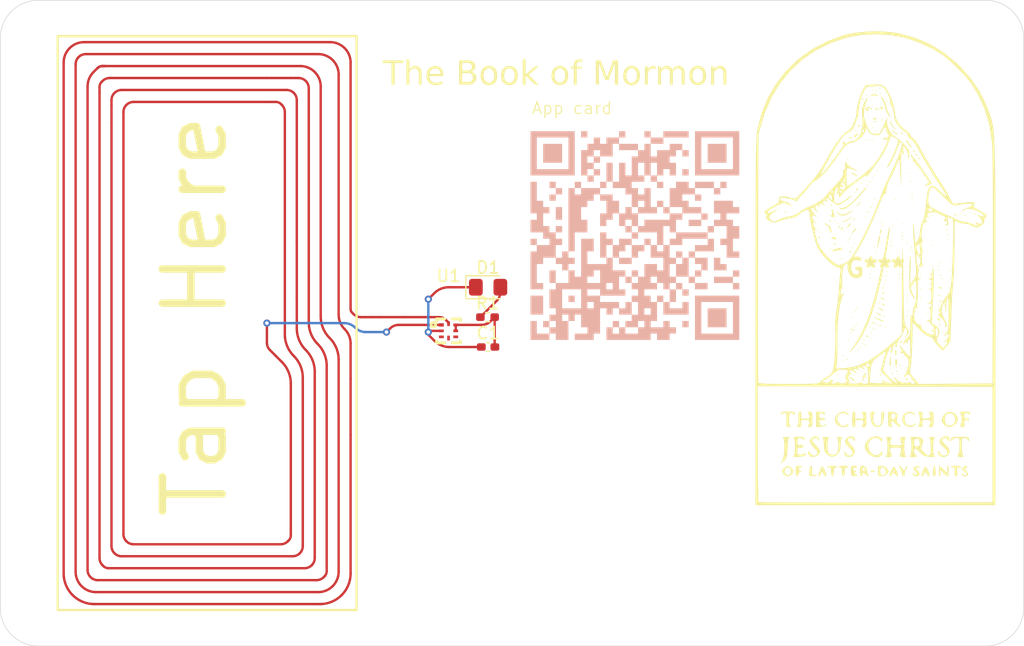
<source format=kicad_pcb>
(kicad_pcb (version 20241229) (generator "pcbnew") (generator_version "9.0")
  (layers (0 "F.Cu" signal) (2 "B.Cu" signal) (13 "F.Paste" user) (15 "B.Paste" user) (5 "F.SilkS" user "F.Silkscreen") (7 "B.SilkS" user "B.Silkscreen") (1 "F.Mask" user) (3 "B.Mask" user) (25 "Edge.Cuts" user))
  (net 0 "")
  (net 1 "Net-(D1-K)")
  (net 2 "Net-(U1-VCC)")
  (net 3 "Net-(D1-A)")
  (net 5 "Net-(U1-LA)")
  (footprint "easyeda2kicad:XQFN-8_L1.6-W1.6-P0.50-BL_NT3H2111W0FHKH" (layer "F.Cu") (at 108.6925 57.65)
    (property "Reference" "U1" (at 0 -4.6 0) (layer "F.SilkS"))
    (property "Value" "NT3H2111W0FHKH")
    (pad "1" smd rect (at -0.6 -0.5) (size 0.4 0.28) (layers "F.Cu" "F.Mask" "F.Paste") (net 5 "Net-(U1-LA)"))
    (pad "2" smd rect (at -0.6 0) (size 0.4 0.22) (layers "F.Cu" "F.Mask" "F.Paste") (net 1 "Net-(D1-K)"))
    (pad "3" smd rect (at -0.6 0.5) (size 0.4 0.22) (layers "F.Cu" "F.Mask" "F.Paste"))
    (pad "4" smd rect (at 0 0.6 90) (size 0.4 0.22) (layers "F.Cu" "F.Mask" "F.Paste"))
    (pad "5" smd rect (at 0.6 0.5) (size 0.4 0.22) (layers "F.Cu" "F.Mask" "F.Paste"))
    (pad "6" smd rect (at 0.6 0) (size 0.4 0.22) (layers "F.Cu" "F.Mask" "F.Paste") (net 2 "Net-(U1-VCC)"))
    (pad "7" smd rect (at 0.6 -0.5) (size 0.4 0.22) (layers "F.Cu" "F.Mask" "F.Paste") (net 2 "Net-(U1-VCC)"))
    (pad "8" smd rect (at 0 -0.6 90) (size 0.4 0.22) (layers "F.Cu" "F.Mask" "F.Paste") (net 5 "Net-(U1-LA)"))
  )
  (footprint "Resistor_SMD:R_0402_1005Metric_Pad0.72x0.64mm_HandSolder" (layer "F.Cu") (at 111.9525 56.5)
    (property "Reference" "R1" (at 0 -1.17 0) (layer "F.SilkS"))
    (property "Value" "47Ω")
    (pad "1" smd roundrect (at -0.5975 0) (size 0.715 0.64) (layers "F.Cu" "F.Mask" "F.Paste") (net 3 "Net-(D1-A)"))
    (pad "2" smd roundrect (at 0.5975 0) (size 0.715 0.64) (layers "F.Cu" "F.Mask" "F.Paste") (net 2 "Net-(U1-VCC)"))
  )
  (footprint "LOGO" (layer "F.Cu") (at 144.4 52.4)
    (property "Reference" "G***" (at 0 0 0) (layer "F.SilkS") (effects (font (size 1.5 1.5) (thickness 0.3))))
    (property "Value" "LOGO" (hide yes))
  )
  (footprint "LED_SMD:LED_0805_2012Metric_Pad1.15x1.40mm_HandSolder" (layer "F.Cu") (at 112 54)
    (property "Reference" "D1" (at 0 -1.65 0) (layer "F.SilkS"))
    (property "Value" "LED")
    (pad "1" smd roundrect (at -1.025 0) (size 1.15 1.4) (layers "F.Cu" "F.Mask" "F.Paste") (roundrect_rratio 0.217391) (net 1 "Net-(D1-K)"))
    (pad "2" smd roundrect (at 1.025 0) (size 1.15 1.4) (layers "F.Cu" "F.Mask" "F.Paste") (roundrect_rratio 0.217391) (net 3 "Net-(D1-A)"))
  )
  (footprint "Capacitor_SMD:C_0402_1005Metric_Pad0.74x0.62mm_HandSolder" (layer "F.Cu") (at 112 59)
    (property "Reference" "C1" (at 0 -1.16 0) (layer "F.SilkS"))
    (property "Value" "220nF")
    (pad "1" smd roundrect (at -0.5675 0) (size 0.735 0.62) (layers "F.Cu" "F.Mask" "F.Paste") (net 1 "Net-(D1-K)"))
    (pad "2" smd roundrect (at 0.5675 0) (size 0.735 0.62) (layers "F.Cu" "F.Mask" "F.Paste") (net 2 "Net-(U1-VCC)"))
  )
  (gr_rect (start 76 33) (end 101 81) (stroke (width 0.2)) (fill no) (layer "F.SilkS"))
  (gr_poly (pts (xy 121.366667 49.941667) (xy 121.366667 50.470833) (xy 121.366667 51) (xy 121.366667 51.529166) (xy 121.895834 51.529166) (xy 121.895834 51) (xy 121.895834 50.470833) (xy 122.425001 50.470833) (xy 122.425001 51) (xy 122.425001 51.529166) (xy 122.954167 51.529166) (xy 122.954167 51) (xy 123.483334 51) (xy 123.483334 50.470833) (xy 124.0125 50.470833) (xy 124.0125 49.941667) (xy 123.483334 49.941667) (xy 122.954167 49.941667) (xy 122.954167 50.470833) (xy 122.425001 50.470833) (xy 122.425001 49.941667) (xy 121.895834 49.941667) (xy 121.895834 49.412499) (xy 121.366667 49.412499)) (fill yes) (layer "B.SilkS"))
  (gr_poly (pts (xy 119.250001 45.708334) (xy 119.779168 45.708334) (xy 119.779168 45.179167) (xy 119.250001 45.179167)) (fill yes) (layer "B.SilkS"))
  (gr_poly (pts (xy 117.133335 46.766666) (xy 117.662501 46.766666) (xy 117.662501 46.2375) (xy 117.133335 46.2375)) (fill yes) (layer "B.SilkS"))
  (gr_poly (pts (xy 119.779168 46.2375) (xy 119.250001 46.2375) (xy 119.250001 45.708334) (xy 118.720834 45.708334) (xy 118.720834 46.2375) (xy 118.720834 46.766666) (xy 118.720834 47.295833) (xy 118.720834 47.825) (xy 118.720834 48.354167) (xy 118.720834 48.883333) (xy 118.720834 49.412499) (xy 118.720834 49.941667) (xy 118.720834 50.470833) (xy 118.720834 51) (xy 119.250001 51) (xy 119.250001 50.470833) (xy 119.250001 49.941667) (xy 119.250001 49.412499) (xy 119.779168 49.412499) (xy 120.308334 49.412499) (xy 120.308334 48.883333) (xy 120.308334 48.354167) (xy 119.779168 48.354167) (xy 119.779168 47.825) (xy 119.779168 47.295833) (xy 120.308334 47.295833) (xy 120.308334 46.766666) (xy 120.837501 46.766666) (xy 120.837501 46.2375) (xy 121.366667 46.2375) (xy 121.366667 45.708334) (xy 120.837501 45.708334) (xy 120.308334 45.708334) (xy 119.779168 45.708334)) (fill yes) (layer "B.SilkS"))
  (gr_poly (pts (xy 127.187501 42.533334) (xy 126.658334 42.533334) (xy 126.129167 42.533334) (xy 126.129167 43.0625) (xy 125.6 43.0625) (xy 125.6 42.533334) (xy 125.6 42.004167) (xy 125.070834 42.004167) (xy 125.070834 42.533334) (xy 124.541668 42.533334) (xy 124.541668 43.0625) (xy 124.0125 43.0625) (xy 124.0125 43.591667) (xy 124.0125 44.120833) (xy 124.0125 44.65) (xy 123.483334 44.65) (xy 123.483334 44.120833) (xy 123.483334 43.591667) (xy 122.954167 43.591667) (xy 122.954167 44.120833) (xy 122.954167 44.65) (xy 122.954167 45.179167) (xy 122.425001 45.179167) (xy 122.425001 45.708334) (xy 122.954167 45.708334) (xy 123.483334 45.708334) (xy 123.483334 46.2375) (xy 124.0125 46.2375) (xy 124.0125 46.766666) (xy 124.0125 47.295833) (xy 124.541668 47.295833) (xy 124.541668 46.766666) (xy 125.070834 46.766666) (xy 125.070834 47.295833) (xy 124.541668 47.295833) (xy 124.541668 47.825) (xy 125.070834 47.825) (xy 125.6 47.825) (xy 126.129167 47.825) (xy 126.129167 47.295833) (xy 125.6 47.295833) (xy 125.6 46.766666) (xy 125.6 46.2375) (xy 125.6 45.708334) (xy 125.070834 45.708334) (xy 125.070834 46.2375) (xy 124.541668 46.2375) (xy 124.541668 45.708334) (xy 124.0125 45.708334) (xy 124.0125 45.179167) (xy 124.541668 45.179167) (xy 125.070834 45.179167) (xy 125.070834 44.65) (xy 124.541668 44.65) (xy 124.541668 44.120833) (xy 124.541668 43.591667) (xy 125.070834 43.591667) (xy 125.070834 44.120833) (xy 125.070834 44.65) (xy 125.6 44.65) (xy 125.6 44.120833) (xy 125.6 43.591667) (xy 126.129167 43.591667) (xy 126.129167 44.120833) (xy 126.129167 44.65) (xy 126.658334 44.65) (xy 126.658334 44.120833) (xy 127.187501 44.120833) (xy 127.187501 44.65) (xy 127.716667 44.65) (xy 127.716667 44.120833) (xy 127.716667 43.591667) (xy 127.187501 43.591667) (xy 127.187501 43.0625) (xy 127.716667 43.0625) (xy 127.716667 42.533334) (xy 128.245833 42.533334) (xy 128.245833 42.004167) (xy 127.716667 42.004167) (xy 127.187501 42.004167)) (fill yes) (layer "B.SilkS"))
  (gr_poly (pts (xy 127.716667 54.174999) (xy 128.245833 54.174999) (xy 128.245833 53.645833) (xy 127.716667 53.645833)) (fill yes) (layer "B.SilkS"))
  (gr_poly (pts (xy 115.545835 45.708334) (xy 115.545835 46.2375) (xy 115.545835 46.766666) (xy 115.545835 47.295833) (xy 115.545835 47.825) (xy 116.075 47.825) (xy 116.075 48.354167) (xy 115.545835 48.354167) (xy 115.545835 48.883333) (xy 115.545835 49.412499) (xy 116.075 49.412499) (xy 116.604168 49.412499) (xy 116.604168 49.941667) (xy 117.133335 49.941667) (xy 117.133335 50.470833) (xy 116.604168 50.470833) (xy 116.075 50.470833) (xy 116.075 51) (xy 115.545835 51) (xy 115.545835 51.529166) (xy 115.545835 52.058333) (xy 115.545835 52.5875) (xy 115.545835 53.116666) (xy 115.545835 53.645833) (xy 115.545835 54.174999) (xy 116.075 54.174999) (xy 116.604168 54.174999) (xy 116.604168 53.645833) (xy 116.075 53.645833) (xy 116.075 53.116666) (xy 116.075 52.5875) (xy 116.075 52.058333) (xy 116.604168 52.058333) (xy 116.604168 51.529166) (xy 117.133335 51.529166) (xy 117.662501 51.529166) (xy 117.662501 52.058333) (xy 118.191667 52.058333) (xy 118.191667 52.5875) (xy 118.720834 52.5875) (xy 118.720834 52.058333) (xy 119.250001 52.058333) (xy 119.250001 51.529166) (xy 118.720834 51.529166) (xy 118.720834 51) (xy 118.191667 51) (xy 118.191667 51.529166) (xy 117.662501 51.529166) (xy 117.662501 51) (xy 117.662501 50.470833) (xy 118.191667 50.470833) (xy 118.191667 49.941667) (xy 117.662501 49.941667) (xy 117.662501 49.412499) (xy 117.133335 49.412499) (xy 117.133335 48.883333) (xy 116.604168 48.883333) (xy 116.604168 48.354167) (xy 116.604168 47.825) (xy 117.133335 47.825) (xy 117.133335 47.295833) (xy 116.604168 47.295833) (xy 116.604168 46.766666) (xy 116.075 46.766666) (xy 116.075 46.2375) (xy 116.075 45.708334) (xy 116.075 45.179167) (xy 115.545835 45.179167)) (fill yes) (layer "B.SilkS"))
  (gr_poly (pts (xy 129.304167 53.116666) (xy 129.833334 53.116666) (xy 129.833334 52.5875) (xy 129.304167 52.5875)) (fill yes) (layer "B.SilkS"))
  (gr_poly (pts (xy 121.895834 44.120833) (xy 121.895834 44.65) (xy 121.895834 45.179167) (xy 122.425001 45.179167) (xy 122.425001 44.65) (xy 122.425001 44.120833) (xy 122.425001 43.591667) (xy 121.895834 43.591667)) (fill yes) (layer "B.SilkS"))
  (gr_poly (pts (xy 127.187501 54.704166) (xy 127.187501 55.233333) (xy 127.716667 55.233333) (xy 127.716667 54.704166) (xy 127.716667 54.174999) (xy 127.187501 54.174999)) (fill yes) (layer "B.SilkS"))
  (gr_poly (pts (xy 120.837501 44.65) (xy 121.366667 44.65) (xy 121.366667 44.120833) (xy 120.837501 44.120833)) (fill yes) (layer "B.SilkS"))
  (gr_poly (pts (xy 132.479167 53.116666) (xy 133.008333 53.116666) (xy 133.008333 52.5875) (xy 132.479167 52.5875)) (fill yes) (layer "B.SilkS"))
  (gr_poly (pts (xy 130.891667 52.058333) (xy 130.891667 52.5875) (xy 131.420833 52.5875) (xy 131.95 52.5875) (xy 131.95 52.058333) (xy 131.420833 52.058333) (xy 131.420833 51.529166) (xy 130.891667 51.529166)) (fill yes) (layer "B.SilkS"))
  (gr_poly (pts (xy 117.662501 47.825) (xy 117.662501 48.354167) (xy 118.191667 48.354167) (xy 118.191667 47.825) (xy 118.191667 47.295833) (xy 117.662501 47.295833)) (fill yes) (layer "B.SilkS"))
  (gr_poly (pts (xy 128.775 51.529166) (xy 129.304167 51.529166) (xy 129.304167 51) (xy 128.775 51)) (fill yes) (layer "B.SilkS"))
  (gr_poly (pts (xy 121.366667 46.766666) (xy 121.895834 46.766666) (xy 121.895834 47.295833) (xy 121.895834 47.825) (xy 121.366667 47.825) (xy 121.366667 48.354167) (xy 121.366667 48.883333) (xy 121.895834 48.883333) (xy 121.895834 48.354167) (xy 122.425001 48.354167) (xy 122.425001 47.825) (xy 122.954167 47.825) (xy 122.954167 48.354167) (xy 122.954167 48.883333) (xy 123.483334 48.883333) (xy 123.483334 48.354167) (xy 124.0125 48.354167) (xy 124.0125 48.883333) (xy 124.541668 48.883333) (xy 124.541668 48.354167) (xy 124.541668 47.825) (xy 124.0125 47.825) (xy 124.0125 47.295833) (xy 123.483334 47.295833) (xy 123.483334 47.825) (xy 122.954167 47.825) (xy 122.954167 47.295833) (xy 122.954167 46.766666) (xy 122.425001 46.766666) (xy 122.425001 46.2375) (xy 121.895834 46.2375) (xy 121.366667 46.2375)) (fill yes) (layer "B.SilkS"))
  (gr_poly (pts (xy 126.658334 51) (xy 126.129167 51) (xy 126.129167 50.470833) (xy 125.6 50.470833) (xy 125.6 51) (xy 125.6 51.529166) (xy 126.129167 51.529166) (xy 126.658334 51.529166) (xy 126.658334 52.058333) (xy 126.658334 52.5875) (xy 126.129167 52.5875) (xy 126.129167 52.058333) (xy 125.6 52.058333) (xy 125.070834 52.058333) (xy 125.070834 52.5875) (xy 125.070834 53.116666) (xy 124.541668 53.116666) (xy 124.541668 53.645833) (xy 124.0125 53.645833) (xy 124.0125 54.174999) (xy 124.541668 54.174999) (xy 124.541668 54.704166) (xy 124.0125 54.704166) (xy 124.0125 55.233333) (xy 124.541668 55.233333) (xy 124.541668 55.7625) (xy 124.541668 56.291666) (xy 124.0125 56.291666) (xy 124.0125 56.820832) (xy 123.483334 56.820832) (xy 123.483334 57.349999) (xy 124.0125 57.349999) (xy 124.541668 57.349999) (xy 124.541668 56.820832) (xy 125.070834 56.820832) (xy 125.070834 57.349999) (xy 124.541668 57.349999) (xy 124.541668 57.879167) (xy 124.0125 57.879167) (xy 123.483334 57.879167) (xy 123.483334 57.349999) (xy 122.954167 57.349999) (xy 122.954167 57.879167) (xy 122.425001 57.879167) (xy 122.425001 57.349999) (xy 121.895834 57.349999) (xy 121.895834 57.879167) (xy 121.895834 58.408332) (xy 122.425001 58.408332) (xy 122.954167 58.408332) (xy 123.483334 58.408332) (xy 124.0125 58.408332) (xy 124.541668 58.408332) (xy 125.070834 58.408332) (xy 125.6 58.408332) (xy 125.6 57.879167) (xy 126.129167 57.879167) (xy 126.129167 58.408332) (xy 126.658334 58.408332) (xy 127.187501 58.408332) (xy 127.187501 57.879167) (xy 127.716667 57.879167) (xy 127.716667 57.349999) (xy 127.187501 57.349999) (xy 127.187501 56.820832) (xy 126.658334 56.820832) (xy 126.658334 57.349999) (xy 126.129167 57.349999) (xy 125.6 57.349999) (xy 125.6 56.820832) (xy 126.129167 56.820832) (xy 126.129167 56.291666) (xy 125.6 56.291666) (xy 125.070834 56.291666) (xy 125.070834 55.7625) (xy 125.6 55.7625) (xy 125.6 56.291666) (xy 126.129167 56.291666) (xy 126.129167 55.7625) (xy 126.129167 55.233333) (xy 125.6 55.233333) (xy 125.6 54.704166) (xy 125.070834 54.704166) (xy 125.070834 54.174999) (xy 125.6 54.174999) (xy 126.129167 54.174999) (xy 126.129167 53.645833) (xy 125.6 53.645833) (xy 125.6 53.116666) (xy 126.129167 53.116666) (xy 126.129167 53.645833) (xy 126.658334 53.645833) (xy 126.658334 54.174999) (xy 127.187501 54.174999) (xy 127.187501 53.645833) (xy 127.716667 53.645833) (xy 127.716667 53.116666) (xy 127.187501 53.116666) (xy 127.187501 52.5875) (xy 127.187501 52.058333) (xy 127.716667 52.058333) (xy 127.716667 52.5875) (xy 127.716667 53.116666) (xy 128.245833 53.116666) (xy 128.775 53.116666) (xy 128.775 52.5875) (xy 128.775 52.058333) (xy 128.775 51.529166) (xy 128.245833 51.529166) (xy 128.245833 52.058333) (xy 127.716667 52.058333) (xy 127.716667 51.529166) (xy 127.187501 51.529166) (xy 127.187501 51) (xy 127.187501 50.470833) (xy 126.658334 50.470833)) (fill yes) (layer "B.SilkS"))
  (gr_poly (pts (xy 122.425001 57.349999) (xy 122.954167 57.349999) (xy 122.954167 56.820832) (xy 122.425001 56.820832)) (fill yes) (layer "B.SilkS"))
  (gr_poly (pts (xy 115.545835 57.349999) (xy 115.545835 57.879167) (xy 115.545835 58.408332) (xy 116.075 58.408332) (xy 116.604168 58.408332) (xy 117.133335 58.408332) (xy 117.133335 57.879167) (xy 116.604168 57.879167) (xy 116.075 57.879167) (xy 116.075 57.349999) (xy 116.075 56.820832) (xy 115.545835 56.820832)) (fill yes) (layer "B.SilkS"))
  (gr_poly (pts (xy 128.245833 55.7625) (xy 127.716667 55.7625) (xy 127.187501 55.7625) (xy 127.187501 55.233333) (xy 126.658334 55.233333) (xy 126.658334 55.7625) (xy 126.658334 56.291666) (xy 127.187501 56.291666) (xy 127.716667 56.291666) (xy 128.245833 56.291666) (xy 128.775 56.291666) (xy 128.775 55.7625) (xy 128.775 55.233333) (xy 128.245833 55.233333)) (fill yes) (layer "B.SilkS"))
  (gr_poly (pts (xy 125.6 45.179167) (xy 126.129167 45.179167) (xy 126.129167 44.65) (xy 125.6 44.65)) (fill yes) (layer "B.SilkS"))
  (gr_poly (pts (xy 129.304167 52.058333) (xy 129.833334 52.058333) (xy 129.833334 52.5875) (xy 130.3625 52.5875) (xy 130.3625 52.058333) (xy 130.3625 51.529166) (xy 129.833334 51.529166) (xy 129.304167 51.529166)) (fill yes) (layer "B.SilkS"))
  (gr_poly (pts (xy 128.245833 57.349999) (xy 128.775 57.349999) (xy 128.775 56.820832) (xy 128.245833 56.820832)) (fill yes) (layer "B.SilkS"))
  (gr_poly (pts (xy 130.3625 50.470833) (xy 129.833334 50.470833) (xy 129.304167 50.470833) (xy 129.304167 51) (xy 129.833334 51) (xy 130.3625 51) (xy 130.891667 51) (xy 130.891667 50.470833) (xy 130.891667 49.941667) (xy 130.3625 49.941667)) (fill yes) (layer "B.SilkS"))
  (gr_poly (pts (xy 124.0125 53.116666) (xy 124.541668 53.116666) (xy 124.541668 52.5875) (xy 124.0125 52.5875)) (fill yes) (layer "B.SilkS"))
  (gr_poly (pts (xy 125.070834 41.475) (xy 125.6 41.475) (xy 125.6 40.945834) (xy 125.070834 40.945834)) (fill yes) (layer "B.SilkS"))
  (gr_poly (pts (xy 130.3625 49.412499) (xy 130.891667 49.412499) (xy 130.891667 48.883333) (xy 130.3625 48.883333)) (fill yes) (layer "B.SilkS"))
  (gr_poly (pts (xy 126.129167 45.708334) (xy 126.658334 45.708334) (xy 126.658334 45.179167) (xy 126.129167 45.179167)) (fill yes) (layer "B.SilkS"))
  (gr_poly (pts (xy 123.483334 53.645833) (xy 124.0125 53.645833) (xy 124.0125 53.116666) (xy 123.483334 53.116666)) (fill yes) (layer "B.SilkS"))
  (gr_poly (pts (xy 126.129167 55.233333) (xy 126.658334 55.233333) (xy 126.658334 54.704166) (xy 126.129167 54.704166)) (fill yes) (layer "B.SilkS"))
  (gr_poly (pts (xy 127.716667 45.708334) (xy 127.187501 45.708334) (xy 127.187501 46.2375) (xy 127.187501 46.766666) (xy 127.187501 47.295833) (xy 127.716667 47.295833) (xy 128.245833 47.295833) (xy 128.245833 47.825) (xy 128.775 47.825) (xy 129.304167 47.825) (xy 129.833334 47.825) (xy 129.833334 47.295833) (xy 129.304167 47.295833) (xy 128.775 47.295833) (xy 128.775 46.766666) (xy 128.245833 46.766666) (xy 128.245833 46.2375) (xy 128.775 46.2375) (xy 129.304167 46.2375) (xy 129.304167 45.708334) (xy 128.775 45.708334) (xy 128.775 45.179167) (xy 128.245833 45.179167) (xy 127.716667 45.179167)) (fill yes) (layer "B.SilkS"))
  (gr_poly (pts (xy 124.0125 49.941667) (xy 124.541668 49.941667) (xy 124.541668 49.412499) (xy 124.0125 49.412499)) (fill yes) (layer "B.SilkS"))
  (gr_poly (pts (xy 130.3625 42.533334) (xy 130.3625 43.0625) (xy 130.3625 43.591667) (xy 130.891667 43.591667) (xy 131.420833 43.591667) (xy 131.95 43.591667) (xy 131.95 43.0625) (xy 131.95 42.533334) (xy 131.95 42.004167) (xy 131.420833 42.004167) (xy 130.891667 42.004167) (xy 130.3625 42.004167)) (fill yes) (layer "B.SilkS"))
  (gr_poly (pts (xy 120.308334 45.179167) (xy 120.837501 45.179167) (xy 120.837501 44.65) (xy 120.308334 44.65)) (fill yes) (layer "B.SilkS"))
  (gr_poly (pts (xy 129.304167 55.233333) (xy 129.304167 55.7625) (xy 129.304167 56.291666) (xy 129.304167 56.820832) (xy 129.304167 57.349999) (xy 129.304167 57.879167) (xy 129.304167 58.408332) (xy 129.833334 58.408332) (xy 130.3625 58.408332) (xy 130.891667 58.408332) (xy 131.420833 58.408332) (xy 131.95 58.408332) (xy 132.479167 58.408332) (xy 133.008333 58.408332) (xy 133.008333 57.879167) (xy 133.008333 57.349999) (xy 133.008333 56.820832) (xy 133.008333 56.291666) (xy 133.008333 55.7625) (xy 132.479167 55.7625) (xy 132.479167 56.291666) (xy 132.479167 56.820832) (xy 132.479167 57.349999) (xy 132.479167 57.879167) (xy 131.95 57.879167) (xy 131.420833 57.879167) (xy 130.891667 57.879167) (xy 130.3625 57.879167) (xy 129.833334 57.879167) (xy 129.833334 57.349999) (xy 129.833334 56.820832) (xy 129.833334 56.291666) (xy 129.833334 55.7625) (xy 129.833334 55.233333) (xy 130.3625 55.233333) (xy 130.891667 55.233333) (xy 131.420833 55.233333) (xy 131.95 55.233333) (xy 132.479167 55.233333) (xy 132.479167 55.7625) (xy 133.008333 55.7625) (xy 133.008333 55.233333) (xy 133.008333 54.704166) (xy 132.479167 54.704166) (xy 131.95 54.704166) (xy 131.420833 54.704166) (xy 130.891667 54.704166) (xy 130.3625 54.704166) (xy 129.833334 54.704166) (xy 129.304167 54.704166)) (fill yes) (layer "B.SilkS"))
  (gr_poly (pts (xy 129.304167 54.174999) (xy 129.833334 54.174999) (xy 130.3625 54.174999) (xy 130.3625 53.645833) (xy 129.833334 53.645833) (xy 129.304167 53.645833)) (fill yes) (layer "B.SilkS"))
  (gr_poly (pts (xy 128.775 48.883333) (xy 129.304167 48.883333) (xy 129.833334 48.883333) (xy 129.833334 48.354167) (xy 129.304167 48.354167) (xy 128.775 48.354167)) (fill yes) (layer "B.SilkS"))
  (gr_poly (pts (xy 119.779168 41.475) (xy 120.308334 41.475) (xy 120.308334 40.945834) (xy 119.779168 40.945834)) (fill yes) (layer "B.SilkS"))
  (gr_poly (pts (xy 130.891667 53.645833) (xy 131.420833 53.645833) (xy 131.95 53.645833) (xy 132.479167 53.645833) (xy 132.479167 53.116666) (xy 131.95 53.116666) (xy 131.420833 53.116666) (xy 130.891667 53.116666)) (fill yes) (layer "B.SilkS"))
  (gr_poly (pts (xy 127.716667 51.529166) (xy 128.245833 51.529166) (xy 128.245833 51) (xy 127.716667 51)) (fill yes) (layer "B.SilkS"))
  (gr_poly (pts (xy 115.545835 41.475) (xy 115.545835 42.004167) (xy 115.545835 42.533334) (xy 115.545835 43.0625) (xy 115.545835 43.591667) (xy 115.545835 44.120833) (xy 115.545835 44.65) (xy 116.075 44.65) (xy 116.604168 44.65) (xy 117.133335 44.65) (xy 117.662501 44.65) (xy 118.191667 44.65) (xy 118.720834 44.65) (xy 119.250001 44.65) (xy 119.250001 44.120833) (xy 119.250001 43.591667) (xy 119.250001 43.0625) (xy 119.250001 42.533334) (xy 119.250001 42.004167) (xy 118.720834 42.004167) (xy 118.720834 42.533334) (xy 118.720834 43.0625) (xy 118.720834 43.591667) (xy 118.720834 44.120833) (xy 118.191667 44.120833) (xy 117.662501 44.120833) (xy 117.133335 44.120833) (xy 116.604168 44.120833) (xy 116.075 44.120833) (xy 116.075 43.591667) (xy 116.075 43.0625) (xy 116.075 42.533334) (xy 116.075 42.004167) (xy 116.075 41.475) (xy 116.604168 41.475) (xy 117.133335 41.475) (xy 117.662501 41.475) (xy 118.191667 41.475) (xy 118.720834 41.475) (xy 118.720834 42.004167) (xy 119.250001 42.004167) (xy 119.250001 41.475) (xy 119.250001 40.945834) (xy 118.720834 40.945834) (xy 118.191667 40.945834) (xy 117.662501 40.945834) (xy 117.133335 40.945834) (xy 116.604168 40.945834) (xy 116.075 40.945834) (xy 115.545835 40.945834)) (fill yes) (layer "B.SilkS"))
  (gr_poly (pts (xy 121.895834 42.004167) (xy 121.366667 42.004167) (xy 121.366667 41.475) (xy 120.837501 41.475) (xy 120.837501 42.004167) (xy 120.308334 42.004167) (xy 120.308334 42.533334) (xy 119.779168 42.533334) (xy 119.779168 43.0625) (xy 119.779168 43.591667) (xy 119.779168 44.120833) (xy 119.779168 44.65) (xy 120.308334 44.65) (xy 120.308334 44.120833) (xy 120.837501 44.120833) (xy 120.837501 43.591667) (xy 120.308334 43.591667) (xy 120.308334 43.0625) (xy 120.837501 43.0625) (xy 120.837501 42.533334) (xy 121.366667 42.533334) (xy 121.366667 43.0625) (xy 121.895834 43.0625) (xy 122.425001 43.0625) (xy 122.425001 42.533334) (xy 122.425001 42.004167) (xy 122.954167 42.004167) (xy 122.954167 41.475) (xy 122.425001 41.475) (xy 121.895834 41.475)) (fill yes) (layer "B.SilkS"))
  (gr_poly (pts (xy 122.954167 42.533334) (xy 123.483334 42.533334) (xy 124.0125 42.533334) (xy 124.541668 42.533334) (xy 124.541668 42.004167) (xy 124.0125 42.004167) (xy 123.483334 42.004167) (xy 122.954167 42.004167)) (fill yes) (layer "B.SilkS"))
  (gr_poly (pts (xy 122.954167 41.475) (xy 123.483334 41.475) (xy 123.483334 40.945834) (xy 122.954167 40.945834)) (fill yes) (layer "B.SilkS"))
  (gr_poly (pts (xy 128.775 53.645833) (xy 129.304167 53.645833) (xy 129.304167 53.116666) (xy 128.775 53.116666)) (fill yes) (layer "B.SilkS"))
  (gr_poly (pts (xy 117.133335 45.708334) (xy 117.662501 45.708334) (xy 117.662501 45.179167) (xy 117.133335 45.179167)) (fill yes) (layer "B.SilkS"))
  (gr_poly (pts (xy 128.245833 44.65) (xy 128.775 44.65) (xy 128.775 44.120833) (xy 128.245833 44.120833)) (fill yes) (layer "B.SilkS"))
  (gr_poly (pts (xy 126.658334 41.475) (xy 127.187501 41.475) (xy 127.716667 41.475) (xy 128.245833 41.475) (xy 128.775 41.475) (xy 128.775 40.945834) (xy 128.245833 40.945834) (xy 127.716667 40.945834) (xy 127.187501 40.945834) (xy 126.658334 40.945834)) (fill yes) (layer "B.SilkS"))
  (gr_poly (pts (xy 127.187501 48.354167) (xy 126.658334 48.354167) (xy 126.129167 48.354167) (xy 125.6 48.354167) (xy 125.070834 48.354167) (xy 125.070834 48.883333) (xy 124.541668 48.883333) (xy 124.541668 49.412499) (xy 125.070834 49.412499) (xy 125.6 49.412499) (xy 126.129167 49.412499) (xy 126.129167 49.941667) (xy 126.129167 50.470833) (xy 126.658334 50.470833) (xy 126.658334 49.941667) (xy 126.658334 49.412499) (xy 126.658334 48.883333) (xy 127.187501 48.883333) (xy 127.187501 49.412499) (xy 127.716667 49.412499) (xy 127.716667 48.883333) (xy 127.716667 48.354167) (xy 128.245833 48.354167) (xy 128.245833 47.825) (xy 127.716667 47.825) (xy 127.187501 47.825)) (fill yes) (layer "B.SilkS"))
  (gr_poly (pts (xy 115.545835 50.470833) (xy 116.075 50.470833) (xy 116.075 49.941667) (xy 115.545835 49.941667)) (fill yes) (layer "B.SilkS"))
  (gr_poly (pts (xy 116.604168 42.533334) (xy 116.604168 43.0625) (xy 116.604168 43.591667) (xy 117.133335 43.591667) (xy 117.662501 43.591667) (xy 118.191667 43.591667) (xy 118.191667 43.0625) (xy 118.191667 42.533334) (xy 118.191667 42.004167) (xy 117.662501 42.004167) (xy 117.133335 42.004167) (xy 116.604168 42.004167)) (fill yes) (layer "B.SilkS"))
  (gr_poly (pts (xy 125.6 42.004167) (xy 126.129167 42.004167) (xy 126.658334 42.004167) (xy 126.658334 41.475) (xy 126.129167 41.475) (xy 125.6 41.475)) (fill yes) (layer "B.SilkS"))
  (gr_poly (pts (xy 120.837501 43.591667) (xy 121.366667 43.591667) (xy 121.366667 43.0625) (xy 120.837501 43.0625)) (fill yes) (layer "B.SilkS"))
  (gr_poly (pts (xy 121.366667 45.708334) (xy 121.895834 45.708334) (xy 121.895834 45.179167) (xy 121.366667 45.179167)) (fill yes) (layer "B.SilkS"))
  (gr_poly (pts (xy 126.658334 47.825) (xy 127.187501 47.825) (xy 127.187501 47.295833) (xy 126.658334 47.295833)) (fill yes) (layer "B.SilkS"))
  (gr_poly (pts (xy 128.245833 54.704166) (xy 128.775 54.704166) (xy 128.775 54.174999) (xy 128.245833 54.174999)) (fill yes) (layer "B.SilkS"))
  (gr_poly (pts (xy 119.779168 50.470833) (xy 119.779168 51) (xy 119.779168 51.529166) (xy 119.779168 52.058333) (xy 119.779168 52.5875) (xy 119.779168 53.116666) (xy 119.250001 53.116666) (xy 119.250001 52.5875) (xy 118.720834 52.5875) (xy 118.720834 53.116666) (xy 118.720834 53.645833) (xy 118.191667 53.645833) (xy 117.662501 53.645833) (xy 117.662501 54.174999) (xy 117.133335 54.174999) (xy 117.133335 54.704166) (xy 117.133335 55.233333) (xy 117.133335 55.7625) (xy 117.662501 55.7625) (xy 117.662501 56.291666) (xy 117.133335 56.291666) (xy 117.133335 56.820832) (xy 117.662501 56.820832) (xy 117.662501 57.349999) (xy 117.133335 57.349999) (xy 117.133335 57.879167) (xy 117.662501 57.879167) (xy 117.662501 58.408332) (xy 118.191667 58.408332) (xy 118.720834 58.408332) (xy 118.720834 57.879167) (xy 118.720834 57.349999) (xy 118.720834 56.820832) (xy 118.191667 56.820832) (xy 118.191667 56.291666) (xy 118.720834 56.291666) (xy 118.720834 56.820832) (xy 119.250001 56.820832) (xy 119.250001 56.291666) (xy 119.779168 56.291666) (xy 119.779168 56.820832) (xy 119.779168 57.349999) (xy 120.308334 57.349999) (xy 120.308334 57.879167) (xy 119.779168 57.879167) (xy 119.250001 57.879167) (xy 119.250001 58.408332) (xy 119.779168 58.408332) (xy 120.308334 58.408332) (xy 120.837501 58.408332) (xy 120.837501 57.879167) (xy 121.366667 57.879167) (xy 121.366667 57.349999) (xy 121.366667 56.820832) (xy 121.366667 56.291666) (xy 121.366667 55.7625) (xy 120.837501 55.7625) (xy 120.308334 55.7625) (xy 120.308334 55.233333) (xy 120.837501 55.233333) (xy 120.837501 55.7625) (xy 121.366667 55.7625) (xy 121.895834 55.7625) (xy 121.895834 56.291666) (xy 122.425001 56.291666) (xy 122.425001 55.7625) (xy 122.954167 55.7625) (xy 122.954167 56.291666) (xy 123.483334 56.291666) (xy 124.0125 56.291666) (xy 124.0125 55.7625) (xy 124.0125 55.233333) (xy 123.483334 55.233333) (xy 123.483334 55.7625) (xy 122.954167 55.7625) (xy 122.954167 55.233333) (xy 122.425001 55.233333) (xy 121.895834 55.233333) (xy 121.366667 55.233333) (xy 121.366667 54.704166) (xy 120.837501 54.704166) (xy 120.308334 54.704166) (xy 119.779168 54.704166) (xy 119.779168 55.233333) (xy 119.779168 55.7625) (xy 119.250001 55.7625) (xy 118.720834 55.7625) (xy 118.191667 55.7625) (xy 118.191667 55.233333) (xy 118.191667 54.704166) (xy 118.191667 54.174999) (xy 118.720834 54.174999) (xy 119.250001 54.174999) (xy 119.779168 54.174999) (xy 119.779168 54.704166) (xy 120.308334 54.704166) (xy 120.308334 54.174999) (xy 120.837501 54.174999) (xy 121.366667 54.174999) (xy 121.366667 54.704166) (xy 121.895834 54.704166) (xy 122.425001 54.704166) (xy 122.954167 54.704166) (xy 123.483334 54.704166) (xy 123.483334 54.174999) (xy 122.954167 54.174999) (xy 122.425001 54.174999) (xy 121.895834 54.174999) (xy 121.895834 53.645833) (xy 122.425001 53.645833) (xy 122.425001 54.174999) (xy 122.954167 54.174999) (xy 122.954167 53.645833) (xy 122.954167 53.116666) (xy 121.366667 53.116666) (xy 121.366667 53.645833) (xy 120.837501 53.645833) (xy 120.308334 53.645833) (xy 120.308334 53.116666) (xy 120.837501 53.116666) (xy 120.837501 52.5875) (xy 121.366667 52.5875) (xy 121.366667 53.116666) (xy 122.954167 53.116666) (xy 123.483334 53.116666) (xy 123.483334 52.5875) (xy 122.954167 52.5875) (xy 122.425001 52.5875) (xy 122.425001 52.058333) (xy 122.425001 51.529166) (xy 121.895834 51.529166) (xy 121.895834 52.058333) (xy 121.366667 52.058333) (xy 120.837501 52.058333) (xy 120.308334 52.058333) (xy 120.308334 51.529166) (xy 120.308334 51) (xy 120.837501 51) (xy 120.837501 50.470833) (xy 120.837501 49.941667) (xy 120.308334 49.941667) (xy 119.779168 49.941667)) (fill yes) (layer "B.SilkS"))
  (gr_poly (pts (xy 117.133335 53.116666) (xy 117.133335 53.645833) (xy 117.662501 53.645833) (xy 117.662501 53.116666) (xy 117.662501 52.5875) (xy 117.133335 52.5875)) (fill yes) (layer "B.SilkS"))
  (gr_poly (pts (xy 117.662501 49.412499) (xy 118.191667 49.412499) (xy 118.191667 48.883333) (xy 117.662501 48.883333)) (fill yes) (layer "B.SilkS"))
  (gr_poly (pts (xy 129.304167 41.475) (xy 129.304167 42.004167) (xy 129.304167 42.533334) (xy 129.304167 43.0625) (xy 129.304167 43.591667) (xy 129.304167 44.120833) (xy 129.304167 44.65) (xy 129.833334 44.65) (xy 130.3625 44.65) (xy 130.891667 44.65) (xy 131.420833 44.65) (xy 131.95 44.65) (xy 132.479167 44.65) (xy 133.008333 44.65) (xy 133.008333 44.120833) (xy 133.008333 43.591667) (xy 133.008333 43.0625) (xy 133.008333 42.533334) (xy 133.008333 42.004167) (xy 132.479167 42.004167) (xy 132.479167 42.533334) (xy 132.479167 43.0625) (xy 132.479167 43.591667) (xy 132.479167 44.120833) (xy 131.95 44.120833) (xy 131.420833 44.120833) (xy 130.891667 44.120833) (xy 130.3625 44.120833) (xy 129.833334 44.120833) (xy 129.833334 43.591667) (xy 129.833334 43.0625) (xy 129.833334 42.533334) (xy 129.833334 42.004167) (xy 129.833334 41.475) (xy 130.3625 41.475) (xy 130.891667 41.475) (xy 131.420833 41.475) (xy 131.95 41.475) (xy 132.479167 41.475) (xy 132.479167 42.004167) (xy 133.008333 42.004167) (xy 133.008333 41.475) (xy 133.008333 40.945834) (xy 132.479167 40.945834) (xy 131.95 40.945834) (xy 131.420833 40.945834) (xy 130.891667 40.945834) (xy 130.3625 40.945834) (xy 129.833334 40.945834) (xy 129.304167 40.945834)) (fill yes) (layer "B.SilkS"))
  (gr_poly (pts (xy 117.662501 46.2375) (xy 118.191667 46.2375) (xy 118.191667 45.708334) (xy 117.662501 45.708334)) (fill yes) (layer "B.SilkS"))
  (gr_poly (pts (xy 126.129167 47.295833) (xy 126.658334 47.295833) (xy 126.658334 46.766666) (xy 126.129167 46.766666)) (fill yes) (layer "B.SilkS"))
  (gr_poly (pts (xy 116.604168 57.349999) (xy 117.133335 57.349999) (xy 117.133335 56.820832) (xy 116.604168 56.820832)) (fill yes) (layer "B.SilkS"))
  (gr_poly (pts (xy 122.954167 52.058333) (xy 123.483334 52.058333) (xy 124.0125 52.058333) (xy 124.0125 51.529166) (xy 123.483334 51.529166) (xy 122.954167 51.529166)) (fill yes) (layer "B.SilkS"))
  (gr_poly (pts (xy 129.833334 48.354167) (xy 130.3625 48.354167) (xy 130.3625 47.825) (xy 129.833334 47.825)) (fill yes) (layer "B.SilkS"))
  (gr_poly (pts (xy 130.891667 46.2375) (xy 131.420833 46.2375) (xy 131.420833 45.708334) (xy 130.891667 45.708334)) (fill yes) (layer "B.SilkS"))
  (gr_poly (pts (xy 132.479167 54.174999) (xy 133.008333 54.174999) (xy 133.008333 53.645833) (xy 132.479167 53.645833)) (fill yes) (layer "B.SilkS"))
  (gr_poly (pts (xy 115.545835 55.233333) (xy 115.545835 55.7625) (xy 115.545835 56.291666) (xy 116.075 56.291666) (xy 116.604168 56.291666) (xy 116.604168 55.7625) (xy 116.604168 55.233333) (xy 116.604168 54.704166) (xy 116.075 54.704166) (xy 115.545835 54.704166)) (fill yes) (layer "B.SilkS"))
  (gr_poly (pts (xy 130.3625 56.291666) (xy 130.3625 56.820832) (xy 130.3625 57.349999) (xy 130.891667 57.349999) (xy 131.420833 57.349999) (xy 131.95 57.349999) (xy 131.95 56.820832) (xy 131.95 56.291666) (xy 131.95 55.7625) (xy 131.420833 55.7625) (xy 130.891667 55.7625) (xy 130.3625 55.7625)) (fill yes) (layer "B.SilkS"))
  (gr_poly (pts (xy 130.891667 47.295833) (xy 130.891667 47.825) (xy 131.420833 47.825) (xy 131.420833 48.354167) (xy 130.891667 48.354167) (xy 130.891667 48.883333) (xy 131.420833 48.883333) (xy 131.95 48.883333) (xy 131.95 49.412499) (xy 131.95 49.941667) (xy 131.420833 49.941667) (xy 131.420833 50.470833) (xy 131.95 50.470833) (xy 131.95 51) (xy 131.95 51.529166) (xy 132.479167 51.529166) (xy 133.008333 51.529166) (xy 133.008333 51) (xy 132.479167 51) (xy 132.479167 50.470833) (xy 132.479167 49.941667) (xy 133.008333 49.941667) (xy 133.008333 49.412499) (xy 133.008333 48.883333) (xy 132.479167 48.883333) (xy 132.479167 48.354167) (xy 131.95 48.354167) (xy 131.95 47.825) (xy 132.479167 47.825) (xy 133.008333 47.825) (xy 133.008333 47.295833) (xy 132.479167 47.295833) (xy 132.479167 46.766666) (xy 131.95 46.766666) (xy 131.420833 46.766666) (xy 130.891667 46.766666)) (fill yes) (layer "B.SilkS"))
  (gr_poly (pts (xy 128.245833 43.0625) (xy 128.775 43.0625) (xy 128.775 42.533334) (xy 128.245833 42.533334)) (fill yes) (layer "B.SilkS"))
  (gr_poly (pts (xy 123.483334 49.412499) (xy 124.0125 49.412499) (xy 124.0125 48.883333) (xy 123.483334 48.883333)) (fill yes) (layer "B.SilkS"))
  (gr_poly (pts (xy 124.0125 51) (xy 124.0125 51.529166) (xy 124.541668 51.529166) (xy 124.541668 51) (xy 125.070834 51) (xy 125.070834 50.470833) (xy 124.541668 50.470833) (xy 124.0125 50.470833)) (fill yes) (layer "B.SilkS"))
  (gr_poly (pts (xy 125.070834 50.470833) (xy 125.6 50.470833) (xy 125.6 49.941667) (xy 125.070834 49.941667)) (fill yes) (layer "B.SilkS"))
  (gr_poly (pts (xy 127.716667 49.941667) (xy 127.187501 49.941667) (xy 127.187501 50.470833) (xy 127.716667 50.470833) (xy 128.245833 50.470833) (xy 128.245833 49.941667) (xy 128.775 49.941667) (xy 129.304167 49.941667) (xy 129.833334 49.941667) (xy 130.3625 49.941667) (xy 130.3625 49.412499) (xy 129.833334 49.412499) (xy 129.304167 49.412499) (xy 128.775 49.412499) (xy 128.245833 49.412499) (xy 127.716667 49.412499)) (fill yes) (layer "B.SilkS"))
  (gr_poly (pts (xy 129.304167 46.766666) (xy 129.833334 46.766666) (xy 129.833334 46.2375) (xy 129.304167 46.2375)) (fill yes) (layer "B.SilkS"))
  (gr_poly (pts (xy 131.420833 45.708334) (xy 131.95 45.708334) (xy 131.95 45.179167) (xy 131.420833 45.179167)) (fill yes) (layer "B.SilkS"))
  (gr_poly (pts (xy 129.304167 45.708334) (xy 129.833334 45.708334) (xy 130.3625 45.708334) (xy 130.891667 45.708334) (xy 130.891667 45.179167) (xy 130.3625 45.179167) (xy 129.833334 45.179167) (xy 129.304167 45.179167)) (fill yes) (layer "B.SilkS"))
  (gr_poly (pts (xy 118.720834 55.233333) (xy 119.250001 55.233333) (xy 119.250001 54.704166) (xy 118.720834 54.704166)) (fill yes) (layer "B.SilkS"))
  (gr_line (start 74.38 30) (end 153.62 30) (stroke (width 0.05)) (layer "Edge.Cuts"))
  (gr_arc (start 156.8 80.82) (mid 155.8686 83.0686) (end 153.62 84) (stroke (width 0.05)) (layer "Edge.Cuts"))
  (gr_arc (start 153.62 30) (mid 155.8686 30.9314) (end 156.8 33.18) (stroke (width 0.05)) (layer "Edge.Cuts"))
  (gr_line (start 156.8 33.18) (end 156.8 80.82) (stroke (width 0.05)) (layer "Edge.Cuts"))
  (gr_arc (start 74.38 84) (mid 72.1314 83.0686) (end 71.2 80.82) (stroke (width 0.05)) (layer "Edge.Cuts"))
  (gr_line (start 71.2 80.82) (end 71.2 33.18) (stroke (width 0.05)) (layer "Edge.Cuts"))
  (gr_arc (start 71.2 33.18) (mid 72.1314 30.9314) (end 74.38 30) (stroke (width 0.05)) (layer "Edge.Cuts"))
  (gr_line (start 153.62 84) (end 74.38 84) (stroke (width 0.05)) (layer "Edge.Cuts"))
  (gr_text "App card" (at 115.6 39.6 0) (layer "F.SilkS") (effects (font (size 1 1) (thickness 0.1)) (justify left bottom)))
  (gr_text "The Book of Mormon" (at 103.2 37.4 0) (layer "F.SilkS") (effects (font (size 2 2) (thickness 0.1)) (justify left bottom)))
  (gr_text "Tap Here" (at 90.4 73.6 90) (layer "F.SilkS") (effects (font (size 5 5) (thickness 0.625)) (justify left bottom)))
  (segment (start 108.759173 59) (end 111.4325 59) (width 0.2) (layer "F.Cu") (net 1))
  (segment (start 107.077604 58.047104) (end 107.51525 58.48475) (width 0.2) (layer "F.Cu") (net 1))
  (segment (start 107 55) (end 107.5 54.5) (width 0.2) (layer "F.Cu") (net 1))
  (segment (start 107.05 57.7) (end 107 57.75) (width 0.2) (layer "F.Cu") (net 1))
  (segment (start 108.707106 54) (end 110.975 54) (width 0.2) (layer "F.Cu") (net 1))
  (segment (start 107.17071 57.65) (end 108.0925 57.65) (width 0.2) (layer "F.Cu") (net 1))
  (segment (start 107 57.75) (end 107 57.85975) (width 0.2) (layer "F.Cu") (net 1))
  (via (at 107 55) (size 0.6) (drill 0.3) (layers "F.Cu" "B.Cu") (net 1))
  (via (at 107 57.75) (size 0.6) (drill 0.3) (layers "F.Cu" "B.Cu") (net 1))
  (arc (start 107.51525 58.48475) (mid 108.085966 58.86609) (end 108.759173 59) (width 0.2) (layer "F.Cu") (net 1))
  (arc (start 107.05 57.7) (mid 107.105382 57.662994) (end 107.17071 57.65) (width 0.2) (layer "F.Cu") (net 1))
  (arc (start 107.077604 58.047104) (mid 107.020168 57.961145) (end 107 57.85975) (width 0.2) (layer "F.Cu") (net 1))
  (arc (start 108.707106 54) (mid 108.053825 54.129945) (end 107.5 54.5) (width 0.2) (layer "F.Cu") (net 1))
  (segment (start 107 55) (end 107 57.75) (width 0.2) (layer "B.Cu") (net 1))
  (segment (start 112.55 56.5) (end 112.225 56.825) (width 0.2) (layer "F.Cu") (net 2))
  (segment (start 112.55875 58.99125) (end 112.5675 59) (width 0.2) (layer "F.Cu") (net 2))
  (segment (start 109.2925 57.15) (end 111.44038 57.15) (width 0.2) (layer "F.Cu") (net 2))
  (segment (start 109.2925 57.15) (end 109.2925 57.65) (width 0.2) (layer "F.Cu") (net 2))
  (segment (start 112.55 56.5) (end 112.55 58.970125) (width 0.2) (layer "F.Cu") (net 2))
  (arc (start 112.55875 58.99125) (mid 112.552274 58.981557) (end 112.55 58.970125) (width 0.2) (layer "F.Cu") (net 2))
  (arc (start 111.44038 57.15) (mid 111.865013 57.065535) (end 112.225 56.825) (width 0.2) (layer "F.Cu") (net 2))
  (segment (start 113.025 54.415) (end 113.025 54) (width 0.2) (layer "F.Cu") (net 3))
  (segment (start 112.73155 55.123449) (end 111.355 56.5) (width 0.2) (layer "F.Cu") (net 3))
  (arc (start 112.73155 55.123449) (mid 112.948734 54.798409) (end 113.025 54.415) (width 0.2) (layer "F.Cu") (net 3))
  (segment (start 80.75 77.5) (end 96.646446 77.5) (width 0.2) (layer "F.Cu") (net 5))
  (segment (start 93.5 57) (end 93.5 58.646446) (width 0.2) (layer "F.Cu") (net 5))
  (segment (start 108.4625 56.73) (end 108.66068 56.92818) (width 0.2) (layer "F.Cu") (net 5))
  (segment (start 96.5 75.5) (end 96.5 75.646446) (width 0.2) (layer "F.Cu") (net 5))
  (segment (start 79.5 37.75) (end 79.5 76.646446) (width 0.2) (layer "F.Cu") (net 5))
  (segment (start 97.792893 34.5) (end 78.353553 34.5) (width 0.2) (layer "F.Cu") (net 5))
  (segment (start 81.353553 76.5) (end 95.646446 76.5) (width 0.2) (layer "F.Cu") (net 5))
  (segment (start 79.323223 35.676776) (end 79 36) (width 0.2) (layer "F.Cu") (net 5))
  (segment (start 78.5 77.646446) (end 78.5 37.207106) (width 0.2) (layer "F.Cu") (net 5))
  (segment (start 93.75 59.25) (end 94.25 59.75) (width 0.2) (layer "F.Cu") (net 5))
  (segment (start 77.5 35.353553) (end 77.5 77.792893) (width 0.2) (layer "F.Cu") (net 5))
  (segment (start 97.792893 79.5) (end 79.207106 79.5) (width 0.2) (layer "F.Cu") (net 5))
  (segment (start 80.75 77.5) (end 80.25 77.5) (width 0.2) (layer "F.Cu") (net 5))
  (segment (start 95.5 36.5) (end 93.5 36.5) (width 0.2) (layer "F.Cu") (net 5))
  (segment (start 102.323223 56.5) (end 103 56.5) (width 0.2) (layer "F.Cu") (net 5))
  (segment (start 99.5 56.292893) (end 99.5 36.207106) (width 0.2) (layer "F.Cu") (net 5))
  (segment (start 97 37.353553) (end 97 56.939339) (width 0.2) (layer "F.Cu") (net 5))
  (segment (start 76.5 77.939339) (end 76.5 35.207106) (width 0.2) (layer "F.Cu") (net 5))
  (segment (start 95 39.353553) (end 95 57.939339) (width 0.2) (layer "F.Cu") (net 5))
  (segment (start 95.5 74.25) (end 95.5 62.06066) (width 0.2) (layer "F.Cu") (net 5))
  (segment (start 94.25 38.5) (end 93.75 38.5) (width 0.2) (layer "F.Cu") (net 5))
  (segment (start 79.75 77.25) (end 79.823223 77.323223) (width 0.2) (layer "F.Cu") (net 5))
  (segment (start 82.353553 75.5) (end 94.646446 75.5) (width 0.2) (layer "F.Cu") (net 5))
  (segment (start 79.5 37.25) (end 79.5 37.75) (width 0.2) (layer "F.Cu") (net 5))
  (segment (start 96 50.156856) (end 96 54.843144) (width 0.2) (layer "F.Cu") (net 5))
  (segment (start 95.5 36.5) (end 96.146446 36.5) (width 0.2) (layer "F.Cu") (net 5))
  (segment (start 97.646446 78.5) (end 79.353553 78.5) (width 0.2) (layer "F.Cu") (net 5))
  (segment (start 97.5 72.5) (end 97.5 75.5) (width 0.2) (layer "F.Cu") (net 5))
  (segment (start 97.5 61.06066) (end 97.5 72.5) (width 0.2) (layer "F.Cu") (net 5))
  (segment (start 96 38.353553) (end 96 50.156856) (width 0.2) (layer "F.Cu") (net 5))
  (segment (start 100.5 77.939339) (end 100.5 66.343144) (width 0.2) (layer "F.Cu") (net 5))
  (segment (start 80.5 75.646446) (end 80.5 40.25) (width 0.2) (layer "F.Cu") (net 5))
  (segment (start 108.6925 57.005) (end 108.6925 57.05) (width 0.2) (layer "F.Cu") (net 5))
  (segment (start 100.5 58.707106) (end 100.5 61.656856) (width 0.2) (layer "F.Cu") (net 5))
  (segment (start 95.323223 75.176776) (end 95.25 75.25) (width 0.2) (layer "F.Cu") (net 5))
  (segment (start 80.353553 36.5) (end 93.5 36.5) (width 0.2) (layer "F.Cu") (net 5))
  (segment (start 98.5 77.25) (end 98.5 77.75) (width 0.2) (layer "F.Cu") (net 5))
  (segment (start 98.323223 78.176776) (end 98.25 78.25) (width 0.2) (layer "F.Cu") (net 5))
  (segment (start 105 56.5) (end 103 56.5) (width 0.2) (layer "F.Cu") (net 5))
  (segment (start 100.5 55.823223) (end 100.5 35.207106) (width 0.2) (layer "F.Cu") (net 5))
  (segment (start 100.625 56.125) (end 100.75 56.25) (width 0.2) (layer "F.Cu") (net 5))
  (segment (start 96.5 74.5) (end 96.5 75.5) (width 0.2) (layer "F.Cu") (net 5))
  (segment (start 97.5 76.646446) (end 97.5 75.5) (width 0.2) (layer "F.Cu") (net 5))
  (segment (start 78.207106 33.5) (end 98.792893 33.5) (width 0.2) (layer "F.Cu") (net 5))
  (segment (start 96 57.439339) (end 96 54.843144) (width 0.2) (layer "F.Cu") (net 5))
  (segment (start 80.5 38.353553) (end 80.5 38.75) (width 0.2) (layer "F.Cu") (net 5))
  (segment (start 94.75 38.75) (end 94.676776 38.676776) (width 0.2) (layer "F.Cu") (net 5))
  (segment (start 79.75 35.5) (end 80 35.5) (width 0.2) (layer "F.Cu") (net 5))
  (segment (start 94.25 59.75) (end 94.75 60.25) (width 0.2) (layer "F.Cu") (net 5))
  (segment (start 107.90723 56.5) (end 105 56.5) (width 0.2) (layer "F.Cu") (net 5))
  (segment (start 99.5 60.06066) (end 99.5 77.792893) (width 0.2) (layer "F.Cu") (net 5))
  (segment (start 81.353553 37.5) (end 95.146446 37.5) (width 0.2) (layer "F.Cu") (net 5))
  (segment (start 80.5 38.75) (end 80.5 40.25) (width 0.2) (layer "F.Cu") (net 5))
  (segment (start 93.75 38.5) (end 82.353553 38.5) (width 0.2) (layer "F.Cu") (net 5))
  (segment (start 100.5 61.656856) (end 100.5 66.343144) (width 0.2) (layer "F.Cu") (net 5))
  (segment (start 101.353553 56.5) (end 101.676776 56.5) (width 0.2) (layer "F.Cu") (net 5))
  (segment (start 96.5 61.56066) (end 96.5 74.5) (width 0.2) (layer "F.Cu") (net 5))
  (segment (start 98.5 77.25) (end 98.5 60.56066) (width 0.2) (layer "F.Cu") (net 5))
  (segment (start 79.749999 36.749999) (end 79.676776 36.823223) (width 0.2) (layer "F.Cu") (net 5))
  (segment (start 79.75 35.5) (end 96.292893 35.5) (width 0.2) (layer "F.Cu") (net 5))
  (segment (start 79.06066 80.5) (end 97.939339 80.5) (width 0.2) (layer "F.Cu") (net 5))
  (segment (start 98 56.439339) (end 98 37.207106) (width 0.2) (layer "F.Cu") (net 5))
  (segment (start 103.8 57.45) (end 103.5 57.75) (width 0.2) (layer "F.Cu") (net 5))
  (segment (start 81.5 74.646446) (end 81.5 39.353553) (width 0.2) (layer "F.Cu") (net 5))
  (segment (start 104.524264 57.15) (end 108.0925 57.15) (width 0.2) (layer "F.Cu") (net 5))
  (segment (start 102.323223 56.5) (end 101.676776 56.5) (width 0.2) (layer "F.Cu") (net 5))
  (segment (start 95.5 74.25) (end 95.5 74.75) (width 0.2) (layer "F.Cu") (net 5))
  (via (at 93.5 57) (size 0.6) (drill 0.3) (layers "F.Cu" "B.Cu") (net 5))
  (via (at 103.5 57.75) (size 0.6) (drill 0.3) (layers "F.Cu" "B.Cu") (net 5))
  (arc (start 95.75 59.75) (mid 96.305081 60.580737) (end 96.5 61.56066) (width 0.2) (layer "F.Cu") (net 5))
  (arc (start 98.5 77.75) (mid 98.454057 77.980969) (end 98.323223 78.176776) (width 0.2) (layer "F.Cu") (net 5))
  (arc (start 100.5 55.823223) (mid 100.532486 55.986543) (end 100.625 56.125) (width 0.2) (layer "F.Cu") (net 5))
  (arc (start 80.75 76.25) (mid 81.026912 76.435027) (end 81.353553 76.5) (width 0.2) (layer "F.Cu") (net 5))
  (arc (start 100 57.5) (mid 100.370054 58.053825) (end 100.5 58.707106) (width 0.2) (layer "F.Cu") (net 5))
  (arc (start 99.75 79.75) (mid 98.919261 80.305081) (end 97.939339 80.5) (width 0.2) (layer "F.Cu") (net 5))
  (arc (start 99.5 77.792893) (mid 99.370054 78.446174) (end 99 79) (width 0.2) (layer "F.Cu") (net 5))
  (arc (start 94.75 38.75) (mid 94.935027 39.026912) (end 95 39.353553) (width 0.2) (layer "F.Cu") (net 5))
  (arc (start 96.5 75.646446) (mid 96.435027 75.973087) (end 96.25 76.25) (width 0.2) (layer "F.Cu") (net 5))
  (arc (start 76.5 77.939339) (mid 76.694918 78.919261) (end 77.25 79.75) (width 0.2) (layer "F.Cu") (net 5))
  (arc (start 96.75 59.25) (mid 97.305081 60.080737) (end 97.5 61.06066) (width 0.2) (layer "F.Cu") (net 5))
  (arc (start 95 57.939339) (mid 95.194918 58.919261) (end 95.75 59.75) (width 0.2) (layer "F.Cu") (net 5))
  (arc (start 78.353553 34.5) (mid 78.026912 34.564972) (end 77.75 34.75) (width 0.2) (layer "F.Cu") (net 5))
  (arc (start 97.75 58.75) (mid 98.305081 59.580737) (end 98.5 60.56066) (width 0.2) (layer "F.Cu") (net 5))
  (arc (start 79.75 35.5) (mid 79.51903 35.545942) (end 79.323223 35.676776) (width 0.2) (layer "F.Cu") (net 5))
  (arc (start 98 56.439339) (mid 98.194918 57.419261) (end 98.75 58.25) (width 0.2) (layer "F.Cu") (net 5))
  (arc (start 99 35) (mid 98.446174 34.629945) (end 97.792893 34.5) (width 0.2) (layer "F.Cu") (net 5))
  (arc (start 93.5 58.646446) (mid 93.564972 58.973087) (end 93.75 59.25) (width 0.2) (layer "F.Cu") (net 5))
  (arc (start 77.75 34.75) (mid 77.564972 35.026912) (end 77.5 35.353553) (width 0.2) (layer "F.Cu") (net 5))
  (arc (start 95.5 74.75) (mid 95.454057 74.980969) (end 95.323223 75.176776) (width 0.2) (layer "F.Cu") (net 5))
  (arc (start 99.5 56.292893) (mid 99.629945 56.946174) (end 100 57.5) (width 0.2) (layer "F.Cu") (net 5))
  (arc (start 80.5 75.646446) (mid 80.564972 75.973087) (end 80.75 76.25) (width 0.2) (layer "F.Cu") (net 5))
  (arc (start 94.75 60.25) (mid 95.305081 61.080737) (end 95.5 62.06066) (width 0.2) (layer "F.Cu") (net 5))
  (arc (start 81.353553 37.5) (mid 81.026912 37.564972) (end 80.75 37.75) (width 0.2) (layer "F.Cu") (net 5))
  (arc (start 81.75 38.75) (mid 81.564972 39.026912) (end 81.5 39.353553) (width 0.2) (layer "F.Cu") (net 5))
  (arc (start 100.5 77.939339) (mid 100.305081 78.919261) (end 99.75 79.75) (width 0.2) (layer "F.Cu") (net 5))
  (arc (start 99 35) (mid 99.370054 35.553825) (end 99.5 36.207106) (width 0.2) (layer "F.Cu") (net 5))
  (arc (start 77.5 77.792893) (mid 77.629945 78.446174) (end 78 79) (width 0.2) (layer "F.Cu") (net 5))
  (arc (start 81.5 74.646446) (mid 81.564972 74.973087) (end 81.75 75.25) (width 0.2) (layer "F.Cu") (net 5))
  (arc (start 79.323223 35.676776) (mid 79.51903 35.545942) (end 79.75 35.5) (width 0.2) (layer "F.Cu") (net 5))
  (arc (start 78.5 77.646446) (mid 78.564972 77.973087) (end 78.75 78.25) (width 0.2) (layer "F.Cu") (net 5))
  (arc (start 100 34) (mid 100.370054 34.553825) (end 100.5 35.207106) (width 0.2) (layer "F.Cu") (net 5))
  (arc (start 100.75 56.25) (mid 101.026912 56.435027) (end 101.353553 56.5) (width 0.2) (layer "F.Cu") (net 5))
  (arc (start 77 34) (mid 76.629945 34.553825) (end 76.5 35.207106) (width 0.2) (layer "F.Cu") (net 5))
  (arc (start 79.823223 77.323223) (mid 80.01903 77.454057) (end 80.25 77.5) (width 0.2) (layer "F.Cu") (net 5))
  (arc (start 104.524264 57.15) (mid 104.132295 57.227967) (end 103.8 57.45) (width 0.2) (layer "F.Cu") (net 5))
  (arc (start 98.75 58.25) (mid 99.305081 59.080737) (end 99.5 60.06066) (width 0.2) (layer "F.Cu") (net 5))
  (arc (start 80.75 37.75) (mid 80.564972 38.026912) (end 80.5 38.353553) (width 0.2) (layer "F.Cu") (net 5))
  (arc (start 97.25 77.25) (mid 96.973087 77.435027) (end 96.646446 77.5) (width 0.2) (layer "F.Cu") (net 5))
  (arc (start 97.5 36) (mid 96.946174 35.629945) (end 96.292893 35.5) (width 0.2) (layer "F.Cu") (net 5))
  (arc (start 81.75 75.25) (mid 82.026912 75.435027) (end 82.353553 75.5) (width 0.2) (layer "F.Cu") (net 5))
  (arc (start 79 36) (mid 78.629945 36.553825) (end 78.5 37.207106) (width 0.2) (layer "F.Cu") (net 5))
  (arc (start 96.75 36.75) (mid 96.473087 36.564972) (end 96.146446 36.5) (width 0.2) (layer "F.Cu") (net 5))
  (arc (start 100 34) (mid 99.446174 33.629945) (end 98.792893 33.5) (width 0.2) (layer "F.Cu") (net 5))
  (arc (start 95.75 37.75) (mid 95.935027 38.026912) (end 96 38.353553) (width 0.2) (layer "F.Cu") (net 5))
  (arc (start 107.90723 56.5) (mid 108.20774 56.559775) (end 108.4625 56.73) (width 0.2) (layer "F.Cu") (net 5))
  (arc (start 77.25 79.75) (mid 78.080737 80.305081) (end 79.06066 80.5) (width 0.2) (layer "F.Cu") (net 5))
  (arc (start 95.25 75.25) (mid 94.973087 75.435027) (end 94.646446 75.5) (width 0.2) (layer "F.Cu") (net 5))
  (arc (start 98.25 78.25) (mid 97.973087 78.435027) (end 97.646446 78.5) (width 0.2) (layer "F.Cu") (net 5))
  (arc (start 78.75 78.25) (mid 79.026912 78.435027) (end 79.353553 78.5) (width 0.2) (layer "F.Cu") (net 5))
  (arc (start 80.353553 36.5) (mid 80.026912 36.564972) (end 79.749999 36.749999) (width 0.2) (layer "F.Cu") (net 5))
  (arc (start 96.25 76.25) (mid 95.973087 76.435027) (end 95.646446 76.5) (width 0.2) (layer "F.Cu") (net 5))
  (arc (start 82.353553 38.5) (mid 82.026912 38.564972) (end 81.75 38.75) (width 0.2) (layer "F.Cu") (net 5))
  (arc (start 97.5 76.646446) (mid 97.435027 76.973087) (end 97.25 77.25) (width 0.2) (layer "F.Cu") (net 5))
  (arc (start 99 79) (mid 98.446174 79.370054) (end 97.792893 79.5) (width 0.2) (layer "F.Cu") (net 5))
  (arc (start 97 56.939339) (mid 97.194918 57.919261) (end 97.75 58.75) (width 0.2) (layer "F.Cu") (net 5))
  (arc (start 78.207106 33.5) (mid 77.553825 33.629945) (end 77 34) (width 0.2) (layer "F.Cu") (net 5))
  (arc (start 94.676776 38.676776) (mid 94.480969 38.545942) (end 94.25 38.5) (width 0.2) (layer "F.Cu") (net 5))
  (arc (start 79.5 76.646446) (mid 79.564972 76.973087) (end 79.75 77.25) (width 0.2) (layer "F.Cu") (net 5))
  (arc (start 79.676776 36.823223) (mid 79.545942 37.01903) (end 79.5 37.25) (width 0.2) (layer "F.Cu") (net 5))
  (arc (start 79.75 35.5) (mid 79.75 35.5) (end 79.75 35.5) (width 0.2) (layer "F.Cu") (net 5))
  (arc (start 97.5 36) (mid 97.870054 36.553825) (end 98 37.207106) (width 0.2) (layer "F.Cu") (net 5))
  (arc (start 78 79) (mid 78.553825 79.370054) (end 79.207106 79.5) (width 0.2) (layer "F.Cu") (net 5))
  (arc (start 96 57.439339) (mid 96.194918 58.419261) (end 96.75 59.25) (width 0.2) (layer "F.Cu") (net 5))
  (arc (start 108.6925 57.005) (mid 108.68423 56.963425) (end 108.66068 56.92818) (width 0.2) (layer "F.Cu") (net 5))
  (arc (start 96.75 36.75) (mid 96.935027 37.026912) (end 97 37.353553) (width 0.2) (layer "F.Cu") (net 5))
  (arc (start 95.75 37.75) (mid 95.473087 37.564972) (end 95.146446 37.5) (width 0.2) (layer "F.Cu") (net 5))
  (segment (start 93.5 57) (end 99.969669 57) (width 0.2) (layer "B.Cu") (net 5))
  (segment (start 101.78033 57.75) (end 103.5 57.75) (width 0.2) (layer "B.Cu") (net 5))
  (arc (start 100.875 57.375) (mid 101.290368 57.65254) (end 101.78033 57.75) (width 0.2) (layer "B.Cu") (net 5))
  (arc (start 100.875 57.375) (mid 100.45963 57.097459) (end 99.969669 57) (width 0.2) (layer "B.Cu") (net 5))
)
</source>
